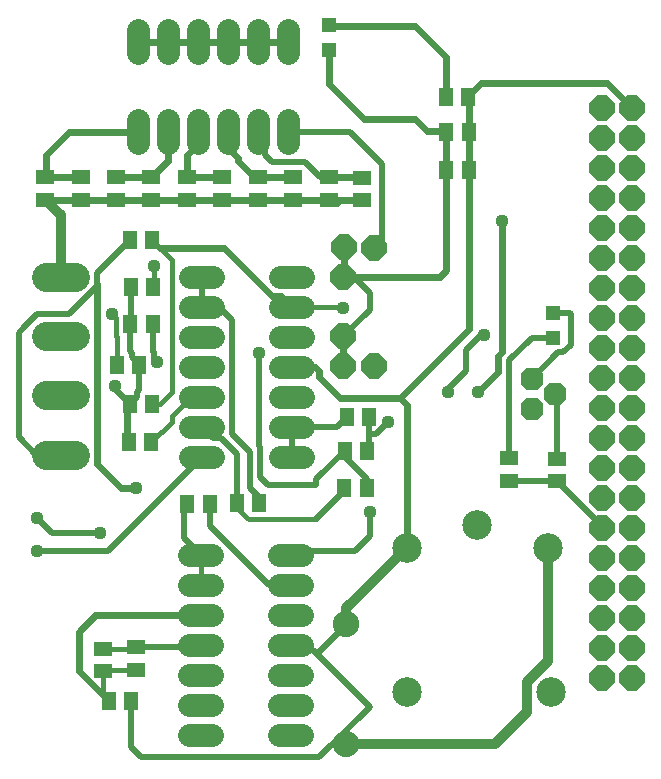
<source format=gbr>
G04 EAGLE Gerber RS-274X export*
G75*
%MOMM*%
%FSLAX34Y34*%
%LPD*%
%INTop Copper*%
%IPPOS*%
%AMOC8*
5,1,8,0,0,1.08239X$1,22.5*%
G01*
%ADD10R,1.500000X1.300000*%
%ADD11C,2.235200*%
%ADD12C,1.930400*%
%ADD13P,2.309387X8X292.500000*%
%ADD14P,2.309387X8X22.500000*%
%ADD15P,2.309387X8X112.500000*%
%ADD16P,2.309387X8X202.500000*%
%ADD17C,2.500000*%
%ADD18P,2.089446X8X292.500000*%
%ADD19R,1.300000X1.500000*%
%ADD20C,2.438400*%
%ADD21R,1.200000X1.200000*%
%ADD22C,0.609600*%
%ADD23C,0.508000*%
%ADD24C,0.812800*%
%ADD25C,1.112000*%
%ADD26C,0.406400*%


D10*
X275080Y704740D03*
X275080Y685740D03*
X245080Y704740D03*
X245080Y685740D03*
X185080Y704740D03*
X185080Y685740D03*
X125080Y704740D03*
X125080Y685740D03*
X65080Y704740D03*
X65080Y685740D03*
D11*
X290000Y225200D03*
X290000Y326800D03*
D12*
X253552Y468100D02*
X234248Y468100D01*
X234248Y493500D02*
X253552Y493500D01*
X253552Y620500D02*
X234248Y620500D01*
X177352Y620500D02*
X158048Y620500D01*
X234248Y518900D02*
X253552Y518900D01*
X253552Y544300D02*
X234248Y544300D01*
X234248Y595100D02*
X253552Y595100D01*
X253552Y569700D02*
X234248Y569700D01*
X177352Y595100D02*
X158048Y595100D01*
X158048Y569700D02*
X177352Y569700D01*
X177352Y544300D02*
X158048Y544300D01*
X158048Y518900D02*
X177352Y518900D01*
X177352Y493500D02*
X158048Y493500D01*
X158048Y468100D02*
X177352Y468100D01*
X233248Y232500D02*
X252552Y232500D01*
X252552Y257900D02*
X233248Y257900D01*
X233248Y384900D02*
X252552Y384900D01*
X176352Y384900D02*
X157048Y384900D01*
X233248Y283300D02*
X252552Y283300D01*
X252552Y308700D02*
X233248Y308700D01*
X233248Y359500D02*
X252552Y359500D01*
X252552Y334100D02*
X233248Y334100D01*
X176352Y359500D02*
X157048Y359500D01*
X157048Y334100D02*
X176352Y334100D01*
X176352Y308700D02*
X157048Y308700D01*
X157048Y283300D02*
X176352Y283300D01*
X176352Y257900D02*
X157048Y257900D01*
X157048Y232500D02*
X176352Y232500D01*
D13*
X531900Y763800D03*
X531900Y738400D03*
X531900Y713000D03*
X531900Y687600D03*
X531900Y662200D03*
X531900Y636800D03*
X531900Y611400D03*
X531900Y586000D03*
X531900Y560600D03*
X531900Y535200D03*
X531900Y509800D03*
X531900Y484400D03*
X531900Y459000D03*
X531900Y433600D03*
X531900Y408200D03*
X531900Y382800D03*
X531900Y357400D03*
X531900Y332000D03*
X531900Y306600D03*
X506500Y763800D03*
X506500Y738400D03*
X506500Y713000D03*
X506500Y687600D03*
X506500Y662200D03*
X506500Y636800D03*
X506500Y611400D03*
X506500Y586000D03*
X506500Y560600D03*
X506500Y535200D03*
X506500Y509800D03*
X506500Y484400D03*
X506500Y459000D03*
X506500Y433600D03*
X506500Y408200D03*
X506500Y382800D03*
X506500Y357400D03*
X506500Y332000D03*
X506500Y306600D03*
X531900Y281200D03*
X506500Y281200D03*
D14*
X313100Y544890D03*
D15*
X287540Y570290D03*
D16*
X313100Y644980D03*
D17*
X401000Y410900D03*
X341000Y390900D03*
X461000Y390900D03*
X463000Y268900D03*
X341000Y268900D03*
D18*
X447472Y534516D03*
X466522Y521816D03*
X447472Y509116D03*
D10*
X468724Y447658D03*
X468724Y466658D03*
X303080Y704660D03*
X303080Y685660D03*
X215080Y704740D03*
X215080Y685740D03*
X155080Y704740D03*
X155080Y685740D03*
X95080Y704740D03*
X95080Y685740D03*
X35080Y704740D03*
X35080Y685740D03*
D19*
X106500Y512760D03*
X125500Y512760D03*
X125880Y651560D03*
X106880Y651560D03*
X105880Y480700D03*
X124880Y480700D03*
X216440Y428720D03*
X197440Y428720D03*
X288320Y442200D03*
X307320Y442200D03*
X288580Y473440D03*
X307580Y473440D03*
X95480Y546360D03*
X114480Y546360D03*
X309440Y502180D03*
X290440Y502180D03*
D12*
X113800Y733768D02*
X113800Y753072D01*
X139200Y753072D02*
X139200Y733768D01*
X240800Y809968D02*
X240800Y829272D01*
X215400Y829272D02*
X215400Y809968D01*
X164600Y753072D02*
X164600Y733768D01*
X190000Y733768D02*
X190000Y753072D01*
X240800Y753072D02*
X240800Y733768D01*
X215400Y733768D02*
X215400Y753072D01*
X190000Y809968D02*
X190000Y829272D01*
X164600Y829272D02*
X164600Y809968D01*
X139200Y809968D02*
X139200Y829272D01*
X113800Y829272D02*
X113800Y809968D01*
D20*
X60452Y470116D02*
X36068Y470116D01*
X36068Y520408D02*
X60452Y520408D01*
X60452Y570192D02*
X36068Y570192D01*
X36068Y620484D02*
X60452Y620484D01*
D14*
X287540Y544890D03*
D15*
X288020Y645540D03*
D14*
X287540Y620580D03*
D19*
X88700Y261640D03*
X107700Y261640D03*
D10*
X112260Y306820D03*
X112260Y287820D03*
X84360Y286820D03*
X84360Y305820D03*
D19*
X106960Y580760D03*
X125960Y580760D03*
X126720Y611940D03*
X107720Y611940D03*
X393600Y711100D03*
X374600Y711100D03*
X393600Y743100D03*
X374600Y743100D03*
D21*
X465020Y590060D03*
X465020Y569060D03*
D10*
X427920Y448120D03*
X427920Y467120D03*
D21*
X275220Y812600D03*
X275220Y833600D03*
D19*
X374120Y773260D03*
X393120Y773260D03*
X155460Y427960D03*
X174460Y427960D03*
D22*
X65080Y704740D02*
X35080Y704740D01*
X35560Y705220D01*
X35560Y723900D01*
X55080Y743420D01*
X113800Y743420D01*
X125080Y704740D02*
X95080Y704740D01*
X125080Y704740D02*
X139200Y718860D01*
X139200Y743420D01*
X155080Y704740D02*
X185080Y704740D01*
X155080Y704740D02*
X155080Y724040D01*
X165100Y734060D01*
X165100Y742920D01*
X164600Y743420D01*
X215080Y704740D02*
X245080Y704740D01*
X215080Y704740D02*
X212200Y704740D01*
X198120Y718820D01*
X198120Y721360D01*
X190500Y728980D01*
X190500Y742920D01*
X190000Y743420D01*
X275080Y704740D02*
X303000Y704740D01*
X303080Y704660D01*
D23*
X220980Y737840D02*
X215400Y743420D01*
X220980Y737840D02*
X220980Y723900D01*
X268060Y704740D02*
X275080Y704740D01*
X268060Y704740D02*
X255210Y717590D01*
X227290Y717590D02*
X220980Y723900D01*
X227290Y717590D02*
X255210Y717590D01*
D22*
X65080Y685740D02*
X35080Y685740D01*
X65080Y685740D02*
X95080Y685740D01*
X125080Y685740D01*
X155080Y685740D01*
X190440Y685740D01*
X190500Y685800D01*
X185080Y685740D02*
X215080Y685740D01*
X245080Y685740D01*
X275080Y685740D01*
X279460Y685740D01*
X281940Y683260D01*
X277560Y683260D01*
X275080Y685740D01*
X275160Y685660D01*
X303080Y685660D01*
D24*
X48260Y672560D02*
X35080Y685740D01*
X48260Y672560D02*
X48260Y620484D01*
D25*
X401320Y523240D03*
X421640Y668020D03*
D22*
X418522Y540442D02*
X401320Y523240D01*
X418522Y553733D02*
X421640Y556851D01*
X421640Y668020D01*
X418522Y553733D02*
X418522Y540442D01*
D26*
X112260Y306820D02*
X111260Y305820D01*
X84360Y305820D01*
X112260Y306820D02*
X114140Y308700D01*
D23*
X112260Y306820D02*
X164820Y306820D01*
X166700Y308700D01*
D22*
X374600Y711100D02*
X374600Y743100D01*
X275220Y783960D02*
X275220Y812600D01*
X275220Y783960D02*
X304800Y754380D01*
X347980Y754380D01*
X358140Y744220D01*
X373480Y744220D01*
X374600Y743100D01*
X288020Y645540D02*
X288020Y621060D01*
X287540Y620580D01*
X287540Y570290D02*
X287540Y544890D01*
D23*
X106880Y651560D02*
X78994Y623674D01*
X78994Y612804D01*
X28388Y588734D02*
X17526Y577872D01*
X12700Y573046D01*
X54924Y588734D02*
X78994Y612804D01*
X54924Y588734D02*
X28388Y588734D01*
X12700Y573046D02*
X12700Y485140D01*
X27724Y470116D01*
X48260Y470116D01*
X465020Y590060D02*
X479280Y590060D01*
X480060Y589280D01*
X473650Y556710D02*
X469666Y556710D01*
X447472Y534516D01*
X480060Y563120D02*
X480060Y589280D01*
X480060Y563120D02*
X473650Y556710D01*
D22*
X369120Y620580D02*
X287540Y620580D01*
X374600Y626060D02*
X374600Y711100D01*
X374600Y626060D02*
X369120Y620580D01*
X78994Y614680D02*
X78994Y462026D01*
X99060Y441960D01*
X111760Y441960D01*
D25*
X111760Y441960D03*
D23*
X125960Y557860D02*
X125960Y580760D01*
X125960Y557860D02*
X127330Y556490D01*
X127330Y550850D01*
X129540Y548640D01*
D25*
X129540Y548640D03*
D23*
X287540Y570290D02*
X309880Y592630D01*
X309880Y607060D01*
X295880Y621060D01*
X288020Y621060D01*
X292900Y743420D02*
X240800Y743420D01*
X292900Y743420D02*
X320040Y716280D01*
X320040Y651920D01*
X313100Y644980D01*
X246620Y388620D02*
X242900Y384900D01*
X246620Y388620D02*
X297180Y388620D01*
X309880Y401320D01*
X309880Y421640D01*
D25*
X309880Y421640D03*
X375920Y523240D03*
D23*
X375920Y525780D01*
X391160Y541020D01*
X391160Y558800D01*
X403860Y571500D01*
X406400Y571500D01*
D25*
X406400Y571500D03*
D23*
X489482Y426900D02*
X489482Y426551D01*
X489482Y426900D02*
X468724Y447658D01*
X506500Y409533D02*
X506500Y408200D01*
X506500Y409533D02*
X489482Y426551D01*
X468724Y447658D02*
X428382Y447658D01*
X427920Y448120D01*
D24*
X415700Y225200D02*
X290000Y225200D01*
X461000Y295713D02*
X461000Y390900D01*
X442626Y277339D02*
X442626Y252126D01*
X442626Y277339D02*
X461000Y295713D01*
X442626Y252126D02*
X415700Y225200D01*
D23*
X468724Y466658D02*
X468724Y519614D01*
X466522Y521816D01*
X193354Y487366D02*
X193354Y583886D01*
X182140Y595100D02*
X167700Y595100D01*
X182140Y595100D02*
X193354Y583886D01*
X167700Y595100D02*
X167700Y620500D01*
X216440Y433800D02*
X216440Y428720D01*
X216440Y433800D02*
X208280Y441960D01*
X208280Y472440D01*
X193354Y487366D01*
X183980Y484102D02*
X177098Y484102D01*
X167700Y493500D01*
X197440Y470642D02*
X197440Y428720D01*
X197440Y470642D02*
X183980Y484102D01*
D26*
X206338Y416560D02*
X207520Y415378D01*
X206338Y416560D02*
X205740Y416560D01*
X207520Y415378D02*
X264038Y415378D01*
X205740Y416560D02*
X197440Y424860D01*
X197440Y428720D01*
D23*
X288320Y439660D02*
X288320Y442200D01*
X288320Y439660D02*
X264038Y415378D01*
X288580Y468340D02*
X288580Y473440D01*
X288580Y468340D02*
X307340Y449580D01*
X307340Y442220D01*
X307320Y442200D01*
D25*
X215900Y556260D03*
D23*
X215900Y477392D01*
X217170Y476122D01*
X217170Y450850D02*
X223520Y444500D01*
X217170Y450850D02*
X217170Y476122D01*
X223520Y444500D02*
X264160Y444500D01*
X264160Y449020D01*
X288580Y473440D01*
D26*
X132180Y645260D02*
X125880Y651560D01*
X132180Y645260D02*
X142554Y634886D01*
X142554Y523240D01*
X132074Y512760D01*
X125500Y512760D01*
D22*
X235010Y603990D02*
X243900Y595100D01*
X235010Y603990D02*
X227409Y603990D01*
X186139Y645260D02*
X132180Y645260D01*
X186139Y645260D02*
X227409Y603990D01*
D23*
X309440Y502180D02*
X309440Y475300D01*
X307580Y473440D01*
X309440Y487680D02*
X314960Y487680D01*
X325120Y497840D01*
D25*
X325120Y497840D03*
X287020Y594360D03*
D26*
X286280Y595100D01*
X243900Y595100D01*
D23*
X290440Y502180D02*
X281760Y493500D01*
X243900Y493500D01*
X243900Y468100D01*
D25*
X91440Y589280D03*
D26*
X94618Y586102D01*
X94618Y570840D01*
X95480Y569978D01*
X95480Y546360D01*
D25*
X27940Y388620D03*
D23*
X88220Y388620D01*
X167700Y468100D01*
D26*
X142240Y498060D02*
X124880Y480700D01*
X142240Y498060D02*
X142240Y502920D01*
X158220Y518900D01*
X167700Y518900D01*
D22*
X139200Y819620D02*
X113800Y819620D01*
X139200Y819620D02*
X164600Y819620D01*
X190000Y819620D01*
X215400Y819620D01*
X240800Y819620D01*
D26*
X166700Y384900D02*
X166700Y359500D01*
D22*
X105880Y480700D02*
X105880Y485940D01*
X104140Y487680D01*
X104140Y510400D01*
X106500Y512760D01*
D23*
X107720Y581520D02*
X107720Y611940D01*
X107720Y581520D02*
X106960Y580760D01*
X106960Y557860D01*
X108330Y556490D01*
X108330Y552510D01*
X114480Y546360D01*
X114480Y524720D01*
X112650Y522890D01*
X112650Y518910D01*
X106500Y512760D01*
X155460Y427960D02*
X152400Y424900D01*
X152400Y399200D02*
X166700Y384900D01*
X152400Y399200D02*
X152400Y424900D01*
X106500Y512760D02*
X93980Y525280D01*
X93980Y528320D01*
D25*
X93980Y528320D03*
X27940Y416560D03*
D23*
X40640Y403860D01*
X81280Y403860D01*
D25*
X81280Y403860D03*
D26*
X85360Y287820D02*
X84360Y286820D01*
X85360Y287820D02*
X112260Y287820D01*
X88700Y261640D02*
X84360Y265980D01*
X84360Y286820D01*
D22*
X63500Y286840D02*
X88700Y261640D01*
X63500Y286840D02*
X63500Y320040D01*
X77560Y334100D01*
X166700Y334100D01*
D23*
X107700Y261640D02*
X107700Y222500D01*
X265430Y300990D02*
X309880Y256540D01*
X267040Y213700D01*
X261620Y304800D02*
X246800Y304800D01*
X242900Y308700D01*
X116500Y213700D02*
X107700Y222500D01*
X116500Y213700D02*
X267040Y213700D01*
X265430Y300990D02*
X261620Y304800D01*
X290000Y325560D02*
X290000Y326800D01*
X290000Y325560D02*
X265430Y300990D01*
D24*
X290000Y339900D02*
X341000Y390900D01*
X290000Y339900D02*
X290000Y325560D01*
D22*
X393600Y772780D02*
X393120Y773260D01*
X393600Y772780D02*
X393600Y743100D01*
X393600Y711100D01*
X510840Y784860D02*
X531900Y763800D01*
X510840Y784860D02*
X403860Y784860D01*
X393120Y774120D01*
X393120Y773260D01*
D26*
X127000Y612220D02*
X126720Y611940D01*
X127000Y612220D02*
X127000Y629920D01*
D25*
X127000Y629920D03*
D22*
X393600Y576480D02*
X393600Y711100D01*
X335280Y518160D02*
X284480Y518160D01*
X266700Y535940D01*
X266700Y541020D01*
X263420Y544300D01*
X243900Y544300D01*
X335280Y518160D02*
X393600Y576480D01*
X335280Y518160D02*
X341000Y512440D01*
X341000Y390900D01*
D23*
X427920Y467120D02*
X427920Y549840D01*
X447140Y569060D02*
X465020Y569060D01*
X447140Y569060D02*
X427920Y549840D01*
D22*
X374120Y773260D02*
X374120Y806980D01*
X347980Y833120D01*
X275700Y833120D01*
X275220Y833600D01*
D23*
X174460Y427960D02*
X174460Y409740D01*
X224700Y359500D02*
X242900Y359500D01*
X224700Y359500D02*
X174460Y409740D01*
M02*

</source>
